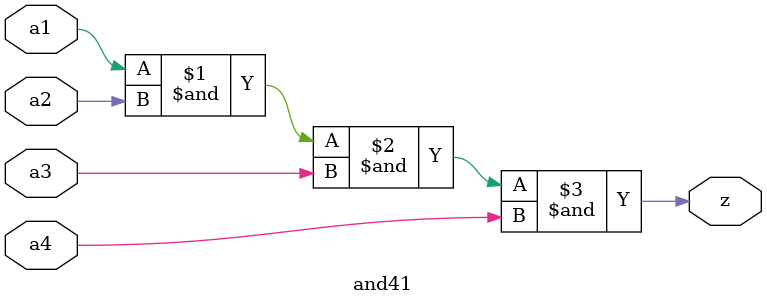
<source format=v>
`timescale 1ns / 1ps
module CarryLookAheadAdder32bit( d1,d2,clk,cin,sum,cout); //32 bit CLA using 8 4-bit CLA adderes
    input [31:0] d1;
    input [31:0] d2;
    input clk;
    input cin;
    output cout;
    output [31:0] sum;

  wire c0,c1,c2,c3,c4,c5,c6;
  reg [31:0] b;
  always@(posedge clk)
  begin
    if(cin==1)
  b<=-d2-1;
  else
  b<=d2;
  end
  CarryLookAheadAdder4bit n1(d1[3:0],b[3:0],cin,sum[3:0],c0);
 CarryLookAheadAdder4bit n2(d1[7:4],b[7:4],c0,sum[7:4],c1);
 CarryLookAheadAdder4bit n3(d1[11:8],b[11:8],c1,sum[11:8],c2);
 CarryLookAheadAdder4bit n4(d1[15:12],b[15:12],c2,sum[15:12],c3);
 CarryLookAheadAdder4bit n5(d1[19:16],b[19:16],c3,sum[19:16],c4);
 CarryLookAheadAdder4bit n6(d1[23:20],b[23:20],c4,sum[23:20],c5);
 CarryLookAheadAdder4bit n7(d1[27:24],b[27:24],c5,sum[27:24],c6);
 CarryLookAheadAdder4bit n8(d1[31:28],b[31:28],c6,sum[31:28],cout);
 endmodule

//4 Bit CLA code

module CarryLookAheadAdder4bit(a,b,cin,s,cout);
input[3:0] a,b;
input cin;
output cout;
output[3:0] s;
wire[3:0] g,p;
wire[13:0] z;
xor21 x1 (.a1(a[0]),.a2(b[0]),.z(p[0]));
and21 x2 (.a1(a[0]),.a2(b[0]),.z(g[0]));
xor21 x3 (.a1(a[1]),.a2(b[1]),.z(p[1]));
and21 x4 (.a1(a[1]),.a2(b[1]),.z(g[1]));
xor21 x5 (.a1(a[2]),.a2(b[2]),.z(p[2]));
and21 x6 (.a1(a[2]),.a2(b[2]),.z(g[2]));
xor21 x7 (.a1(a[3]),.a2(b[3]),.z(p[3]));
and21 x8 (.a1(a[3]),.a2(b[3]),.z(g[3]));
xor21 x9 (.a1(cin),.a2(p[0]),.z(s[0]));
and21 x10 (.a1(cin),.a2(p[0]),.z(z[0]));
or21 x11 (.a1(z[0]),.a2(g[0]),.z(z[1]));
xor21 x12 (.a1(z[1]),.a2(p[1]),.z(s[1]));
and31 x13 (.a1(cin),.a2(p[0]),.a3(p[1]),.z(z[2]));
and21 x14 (.a1(g[0]),.a2(p[1]),.z(z[3]));
or31 x15 (.a1(z[2]),.a2(z[3]),.a3(g[1]),.z(z[4]));
xor21 x16 (.a1(z[4]),.a2(p[2]),.z(s[2]));
and41 x17 (.a1(cin),.a2(p[0]),.a3(p[1]),.a4(p[2]),.z(z[5]));
and31 x18 (.a1(g[0]),.a2(p[1]),.a3(p[2]),.z(z[6]));
and21 x19 (.a1(g[1]),.a2(p[2]),.z(z[7]));
or41 x20 (.a1(z[5]),.a2(z[6]),.a3(z[7]),.a4(g[2]),.z(z[8]));
xor21 x21 (.a1(z[8]),.a2(p[3]),.z(s[3]));
and41 x22 (.a1(cin),.a2(p[0]),.a3(p[1]),.a4(p[2]),.z(z[9]));
and31 x23 (.a1(g[0]),.a2(p[1]),.a3(p[2]),.z(z[10]));
and21 x24 (.a1(g[1]),.a2(p[2]),.z(z[11]));
or41 x25 (.a1(z[9]),.a2(z[10]),.a3(z[11]),.a4(g[2]),.z(z[12]));
and21 x26 (.a1(z[12]),.a2(p[3]),.z(z[13]));
or21 x27 (.a1(z[13]),.a2(g[3]),.z(cout));
endmodule

//////////////////////2 ip XOR/////////////////////////////////

module xor21 (a1,a2,z);

input a1, a2;
output z;

assign z=a1^a2;
endmodule

//////////////////////2 ip OR/////////////////////////////////

module or21 (a1,a2,z);

input a1, a2;
output z;

assign z=a1|a2;
endmodule

//////////////////////3 ip OR/////////////////////////////////

module or31 (a1,a2,a3,z);

input a1, a2, a3;
output z;

assign z=a1|a2|a3;
endmodule

//////////////////////4 ip OR/////////////////////////////////

module or41 (a1,a2,a3,a4,z);

input a1, a2, a3, a4;
output z;

assign z=a1|a2|a3|a4;
endmodule

//////////////////////2 ip AND/////////////////////////////////

module and21 (a1,a2,z);

input a1, a2;
output z;

assign z=a1&a2;
endmodule

//////////////////////3 ip OR/////////////////////////////////

module and31 (a1,a2,a3,z);

input a1, a2, a3;
output z;

assign z=a1&a2&a3;
endmodule

//////////////////////4 ip OR/////////////////////////////////

module and41 (a1,a2,a3,a4,z);

input a1, a2, a3, a4;
output z;

assign z=a1&a2&a3&a4;
endmodule




</source>
